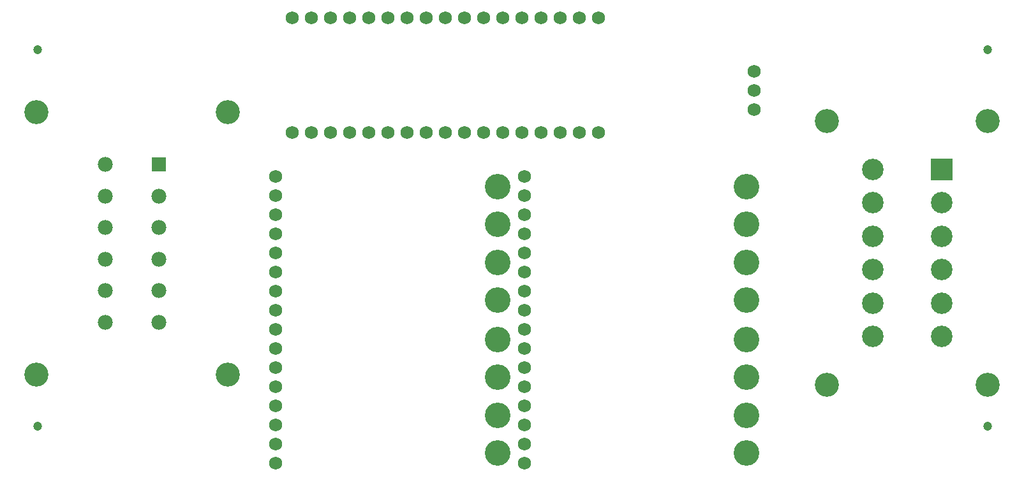
<source format=gbr>
G04 EAGLE Gerber X2 export*
%TF.Part,Single*%
%TF.FileFunction,Soldermask,Top,1*%
%TF.FilePolarity,Negative*%
%TF.GenerationSoftware,Autodesk,EAGLE,9.1.2*%
%TF.CreationDate,2018-08-08T23:14:23Z*%
G75*
%MOMM*%
%FSLAX34Y34*%
%LPD*%
%AMOC8*
5,1,8,0,0,1.08239X$1,22.5*%
G01*
%ADD10C,1.203200*%
%ADD11R,1.988200X1.988200*%
%ADD12C,1.988200*%
%ADD13C,3.193200*%
%ADD14C,2.858200*%
%ADD15R,2.858200X2.858200*%
%ADD16C,1.733200*%
%ADD17C,3.399200*%
%ADD18C,1.727200*%


D10*
X40000Y600000D03*
X40000Y100000D03*
X1300000Y600000D03*
X1300000Y100000D03*
X40000Y600000D03*
X40000Y100000D03*
X1300000Y600000D03*
X1300000Y100000D03*
D11*
X200650Y447650D03*
D12*
X200650Y405750D03*
X200650Y363850D03*
X200650Y321950D03*
X200650Y280050D03*
X200650Y238150D03*
X129550Y238150D03*
X129550Y280050D03*
X129550Y321950D03*
X129550Y363850D03*
X129550Y405750D03*
X129550Y447650D03*
D13*
X38100Y517000D03*
X292100Y517000D03*
X292100Y168800D03*
X38100Y168800D03*
D14*
X1239400Y307950D03*
X1239400Y219050D03*
D15*
X1239400Y441350D03*
D14*
X1239400Y396900D03*
X1239400Y352450D03*
X1239400Y263500D03*
X1148200Y219050D03*
X1148200Y263500D03*
X1148200Y307950D03*
X1148200Y352450D03*
X1148200Y396900D03*
X1148200Y441350D03*
D13*
X1300500Y154850D03*
X1087100Y154850D03*
X1087100Y505650D03*
X1300500Y505650D03*
D16*
X685900Y254100D03*
X685900Y279500D03*
X685900Y304900D03*
X685900Y330300D03*
X685900Y355700D03*
X685900Y381100D03*
X685900Y406500D03*
X685900Y431900D03*
D17*
X980300Y267800D03*
X980300Y317800D03*
X980300Y367800D03*
X980300Y417800D03*
D16*
X685900Y50900D03*
X685900Y76300D03*
X685900Y101700D03*
X685900Y127100D03*
X685900Y152500D03*
X685900Y177900D03*
X685900Y203300D03*
X685900Y228700D03*
D17*
X980300Y64600D03*
X980300Y114600D03*
X980300Y164600D03*
X980300Y214600D03*
D16*
X355700Y50900D03*
X355700Y76300D03*
X355700Y101700D03*
X355700Y127100D03*
X355700Y152500D03*
X355700Y177900D03*
X355700Y203300D03*
X355700Y228700D03*
D17*
X650100Y64600D03*
X650100Y114600D03*
X650100Y164600D03*
X650100Y214600D03*
D16*
X355700Y254100D03*
X355700Y279500D03*
X355700Y304900D03*
X355700Y330300D03*
X355700Y355700D03*
X355700Y381100D03*
X355700Y406500D03*
X355700Y431900D03*
D17*
X650100Y267800D03*
X650100Y317800D03*
X650100Y367800D03*
X650100Y417800D03*
D16*
X377300Y489900D03*
X402700Y489900D03*
X428100Y489900D03*
X453500Y489900D03*
X478900Y489900D03*
X504300Y489900D03*
X529700Y489900D03*
X555100Y489900D03*
X580500Y489900D03*
X605900Y489900D03*
X631300Y489900D03*
X656700Y489900D03*
X682100Y489900D03*
X707500Y489900D03*
X732900Y489900D03*
X758300Y489900D03*
X783700Y489900D03*
X377300Y642300D03*
X402700Y642300D03*
X428100Y642300D03*
X453500Y642300D03*
X504300Y642300D03*
X529700Y642300D03*
X555100Y642300D03*
X580500Y642300D03*
X605900Y642300D03*
X631300Y642300D03*
X656700Y642300D03*
X707500Y642300D03*
X732900Y642300D03*
X758300Y642300D03*
X783700Y642300D03*
X682100Y642300D03*
X478900Y642300D03*
D18*
X990600Y520700D03*
X990600Y546100D03*
X990600Y571500D03*
M02*

</source>
